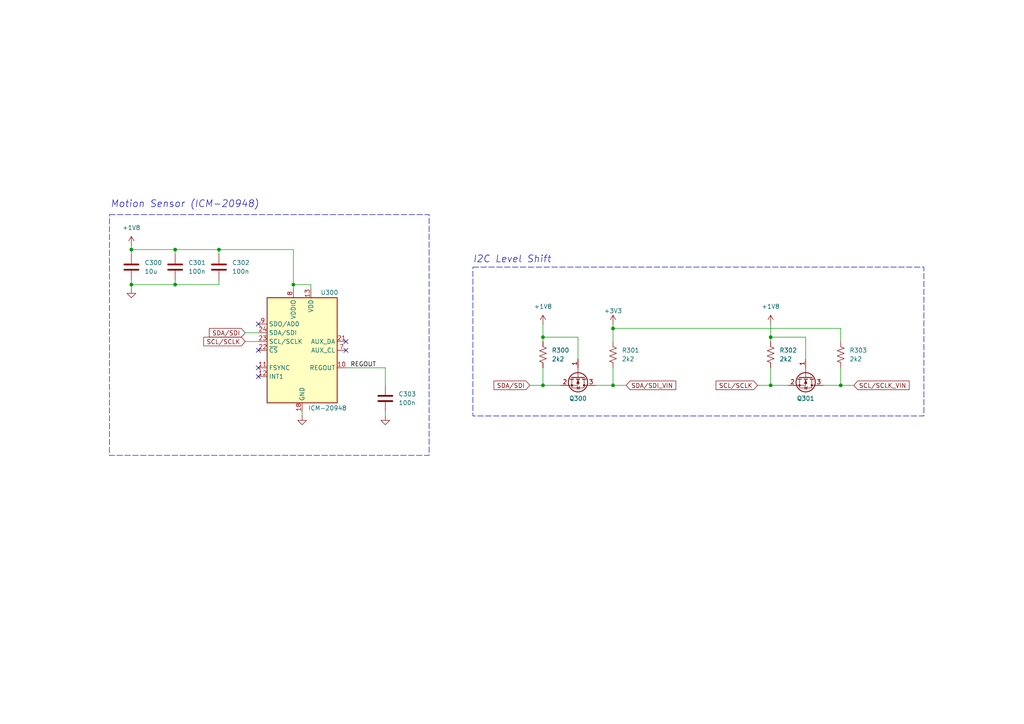
<source format=kicad_sch>
(kicad_sch (version 20231120) (generator "eeschema") (generator_version "8.0")
  (paper "A4")
  (title_block (title "Motion") (date "2025-01-13") (rev "B") (company "GlideSense Pro") (comment 1 "Josue Cavazos Jr."))
  (lib_symbols
    (symbol "Device:C" (pin_numbers hide) (pin_names (offset 0.254))
      (property "Reference" "C" (at 0.635 2.54 0))
      (property "Value" "C" (at 0.635 -2.54 0))
      (symbol "C_0_1"
        (polyline (pts (xy -2.032 -0.762) (xy 2.032 -0.762)) (stroke (width 0.508)))
        (polyline (pts (xy -2.032 0.762) (xy 2.032 0.762)) (stroke (width 0.508)))
      )
      (symbol "C_1_1"
        (pin passive line (at 0 3.81 270) (length 2.794) (name "~") (number "1"))
        (pin passive line (at 0 -3.81 90) (length 2.794) (name "~") (number "2"))
      )
    )
    (symbol "Device:R_US" (pin_numbers hide) (pin_names (offset 0))
      (property "Reference" "R" (at 2.54 0 90))
      (property "Value" "R_US" (at -2.54 0 90))
      (symbol "R_US_0_1"
        (polyline (pts (xy 0 -2.286) (xy 0 -2.54)))
        (polyline (pts (xy 0 2.286) (xy 0 2.54)))
        (polyline (pts (xy 0 -0.762) (xy 1.016 -1.143) (xy 0 -1.524) (xy -1.016 -1.905) (xy 0 -2.286)))
        (polyline (pts (xy 0 0.762) (xy 1.016 0.381) (xy 0 0) (xy -1.016 -0.381) (xy 0 -0.762)))
        (polyline (pts (xy 0 2.286) (xy 1.016 1.905) (xy 0 1.524) (xy -1.016 1.143) (xy 0 0.762)))
      )
      (symbol "R_US_1_1"
        (pin passive line (at 0 3.81 270) (length 1.27) (name "~") (number "1"))
        (pin passive line (at 0 -3.81 90) (length 1.27) (name "~") (number "2"))
      )
    )
    (symbol "Nemesis-MixSigPCB-rescue:+3V3-power" (power) (pin_names (offset 0))
      (property "Value" "power_+3V3" (at 0 3.556 0))
      (symbol "+3V3-power_0_1"
        (polyline (pts (xy -0.762 1.27) (xy 0 2.54)))
        (polyline (pts (xy 0 0) (xy 0 2.54)))
        (polyline (pts (xy 0 2.54) (xy 0.762 1.27)))
      )
      (symbol "+3V3-power_1_1"
        (pin power_in line (at 0 0 90) (length 0) hide (name "+3V3") (number "1"))
      )
    )
    (symbol "Nemesis-MixSigPCB-rescue:GND-power" (power) (pin_names (offset 0))
      (property "Value" "power_GND" (at 0 -3.81 0))
      (symbol "GND-power_0_1"
        (polyline (pts (xy 0 0) (xy 0 -1.27) (xy 1.27 -1.27) (xy 0 -2.54) (xy -1.27 -1.27) (xy 0 -1.27)))
      )
      (symbol "GND-power_1_1"
        (pin power_in line (at 0 0 270) (length 0) hide (name "GND") (number "1"))
      )
    )
    (symbol "Sensor_Motion:ICM-20948"
      (property "Reference" "U" (at -11.43 16.51 0))
      (property "Value" "ICM-20948" (at 7.62 -16.51 0))
      (symbol "ICM-20948_0_1"
        (rectangle (start -10.16 15.24) (end 10.16 -15.24) (stroke (width 0.254)) (fill (type background)))
      )
      (symbol "ICM-20948_1_1"
        (pin no_connect line (at -10.16 12.7 0) (length 2.54) hide (name "NC") (number "1"))
        (pin passive line (at 12.7 -5.08 180) (length 2.54) (name "REGOUT") (number "10"))
        (pin input line (at -12.7 -5.08 0) (length 2.54) (name "FSYNC") (number "11"))
        (pin output line (at -12.7 -7.62 0) (length 2.54) (name "INT1") (number "12"))
        (pin power_in line (at 2.54 17.78 270) (length 2.54) (name "VDD") (number "13"))
        (pin no_connect line (at 10.16 7.62 180) (length 2.54) hide (name "NC") (number "14"))
        (pin no_connect line (at 10.16 5.08 180) (length 2.54) hide (name "NC") (number "15"))
        (pin no_connect line (at 10.16 -7.62 180) (length 2.54) hide (name "NC") (number "16"))
        (pin no_connect line (at 10.16 -10.16 180) (length 2.54) hide (name "NC") (number "17"))
        (pin power_in line (at 0 -17.78 90) (length 2.54) (name "GND") (number "18"))
        (pin no_connect line (at 10.16 -12.7 180) (length 2.54) hide (name "RESV") (number "19"))
        (pin no_connect line (at -10.16 10.16 0) (length 2.54) hide (name "NC") (number "2"))
        (pin passive line (at 0 -17.78 90) (length 2.54) hide (name "GND") (number "20"))
        (pin bidirectional line (at 12.7 2.54 180) (length 2.54) (name "AUX_DA") (number "21"))
        (pin input line (at -12.7 0 0) (length 2.54) (name "~{CS}") (number "22"))
        (pin input line (at -12.7 2.54 0) (length 2.54) (name "SCL/SCLK") (number "23"))
        (pin bidirectional line (at -12.7 5.08 0) (length 2.54) (name "SDA/SDI") (number "24"))
        (pin no_connect line (at -10.16 -2.54 0) (length 2.54) hide (name "NC") (number "3"))
        (pin no_connect line (at -10.16 -10.16 0) (length 2.54) hide (name "NC") (number "4"))
        (pin no_connect line (at -10.16 -12.7 0) (length 2.54) hide (name "NC") (number "5"))
        (pin no_connect line (at 10.16 10.16 180) (length 2.54) hide (name "NC") (number "6"))
        (pin output line (at 12.7 0 180) (length 2.54) (name "AUX_CL") (number "7"))
        (pin power_in line (at -2.54 17.78 270) (length 2.54) (name "VDDIO") (number "8"))
        (pin bidirectional line (at -12.7 7.62 0) (length 2.54) (name "SDO/AD0") (number "9"))
      )
    )
    (symbol "Transistor_FET:BSS138" (pin_names hide)
      (property "Reference" "Q" (at 5.08 1.905 0))
      (property "Value" "BSS138" (at 5.08 0 0))
      (symbol "BSS138_0_1"
        (polyline (pts (xy 0.254 0) (xy -2.54 0)))
        (polyline (pts (xy 0.254 1.905) (xy 0.254 -1.905)) (stroke (width 0.254)))
        (polyline (pts (xy 0.762 -1.27) (xy 0.762 -2.286)) (stroke (width 0.254)))
        (polyline (pts (xy 0.762 0.508) (xy 0.762 -0.508)) (stroke (width 0.254)))
        (polyline (pts (xy 0.762 2.286) (xy 0.762 1.27)) (stroke (width 0.254)))
        (polyline (pts (xy 2.54 2.54) (xy 2.54 1.778)))
        (polyline (pts (xy 2.54 -2.54) (xy 2.54 0) (xy 0.762 0)))
        (polyline (pts (xy 0.762 -1.778) (xy 3.302 -1.778) (xy 3.302 1.778) (xy 0.762 1.778)))
        (polyline (pts (xy 1.016 0) (xy 2.032 0.381) (xy 2.032 -0.381) (xy 1.016 0)) (fill (type outline)))
        (polyline (pts (xy 2.794 0.508) (xy 2.921 0.381) (xy 3.683 0.381) (xy 3.81 0.254)))
        (polyline (pts (xy 3.302 0.381) (xy 2.921 -0.254) (xy 3.683 -0.254) (xy 3.302 0.381)))
        (circle (center 1.651 0) (radius 2.794) (stroke (width 0.254)))
        (circle (center 2.54 -1.778) (radius 0.254) (fill (type outline)))
        (circle (center 2.54 1.778) (radius 0.254) (fill (type outline)))
      )
      (symbol "BSS138_1_1"
        (pin input line (at -5.08 0 0) (length 2.54) (name "G") (number "1"))
        (pin passive line (at 2.54 -5.08 90) (length 2.54) (name "S") (number "2"))
        (pin passive line (at 2.54 5.08 270) (length 2.54) (name "D") (number "3"))
      )
    )
    (symbol "power:+1V8" (power) (pin_numbers hide) (pin_names (offset 0) hide)
      (property "Value" "+1V8" (at 0 3.556 0))
      (symbol "+1V8_0_1"
        (polyline (pts (xy -0.762 1.27) (xy 0 2.54)))
        (polyline (pts (xy 0 0) (xy 0 2.54)))
        (polyline (pts (xy 0 2.54) (xy 0.762 1.27)))
      )
      (symbol "+1V8_1_1"
        (pin power_in line (at 0 0 90) (length 0) (name "~") (number "1"))
      )
    )
    (symbol "power:GND" (power) (pin_numbers hide) (pin_names (offset 0) hide)
      (property "Value" "GND" (at 0 -3.81 0))
      (symbol "GND_0_1"
        (polyline (pts (xy 0 0) (xy 0 -1.27) (xy 1.27 -1.27) (xy 0 -2.54) (xy -1.27 -1.27) (xy 0 -1.27)))
      )
      (symbol "GND_1_1"
        (pin power_in line (at 0 0 270) (length 0) (name "~") (number "1"))
      )
    )
  )
  (junction (at 157.48 111.76))
  (junction (at 177.8 95.25))
  (junction (at 157.48 97.79))
  (junction (at 85.09 82.55))
  (junction (at 63.5 72.39))
  (junction (at 50.8 72.39))
  (junction (at 243.84 111.76))
  (junction (at 223.52 97.79))
  (junction (at 177.8 111.76))
  (junction (at 38.1 72.39))
  (junction (at 50.8 82.55))
  (junction (at 223.52 111.76))
  (junction (at 38.1 82.55))
  (no_connect (at 74.93 106.68))
  (no_connect (at 74.93 101.6))
  (no_connect (at 74.93 93.98))
  (no_connect (at 100.33 101.6))
  (no_connect (at 100.33 99.06))
  (no_connect (at 74.93 109.22))
  (wire (pts (xy 50.8 82.55) (xy 63.5 82.55)))
  (wire (pts (xy 243.84 111.76) (xy 247.65 111.76)))
  (wire (pts (xy 38.1 82.55) (xy 38.1 81.28)))
  (wire (pts (xy 177.8 111.76) (xy 172.72 111.76)))
  (wire (pts (xy 223.52 93.98) (xy 223.52 97.79)))
  (wire (pts (xy 219.71 111.76) (xy 223.52 111.76)))
  (wire (pts (xy 157.48 99.06) (xy 157.48 97.79)))
  (wire (pts (xy 177.8 95.25) (xy 243.84 95.25)))
  (wire (pts (xy 233.68 104.14) (xy 233.68 97.79)))
  (wire (pts (xy 71.12 96.52) (xy 74.93 96.52)))
  (wire (pts (xy 63.5 72.39) (xy 85.09 72.39)))
  (wire (pts (xy 63.5 81.28) (xy 63.5 82.55)))
  (wire (pts (xy 50.8 73.66) (xy 50.8 72.39)))
  (wire (pts (xy 157.48 97.79) (xy 157.48 93.98)))
  (wire (pts (xy 85.09 72.39) (xy 85.09 82.55)))
  (wire (pts (xy 177.8 93.98) (xy 177.8 95.25)))
  (wire (pts (xy 38.1 82.55) (xy 50.8 82.55)))
  (wire (pts (xy 167.64 104.14) (xy 167.64 97.79)))
  (wire (pts (xy 50.8 72.39) (xy 38.1 72.39)))
  (wire (pts (xy 177.8 95.25) (xy 177.8 99.06)))
  (wire (pts (xy 71.12 99.06) (xy 74.93 99.06)))
  (wire (pts (xy 162.56 111.76) (xy 157.48 111.76)))
  (wire (pts (xy 90.17 83.82) (xy 90.17 82.55)))
  (wire (pts (xy 50.8 81.28) (xy 50.8 82.55)))
  (wire (pts (xy 87.63 119.38) (xy 87.63 120.65)))
  (wire (pts (xy 153.67 111.76) (xy 157.48 111.76)))
  (wire (pts (xy 243.84 111.76) (xy 238.76 111.76)))
  (wire (pts (xy 177.8 106.68) (xy 177.8 111.76)))
  (wire (pts (xy 243.84 95.25) (xy 243.84 99.06)))
  (wire (pts (xy 111.76 119.38) (xy 111.76 120.65)))
  (wire (pts (xy 233.68 97.79) (xy 223.52 97.79)))
  (wire (pts (xy 111.76 111.76) (xy 111.76 106.68)))
  (wire (pts (xy 157.48 111.76) (xy 157.48 106.68)))
  (wire (pts (xy 85.09 82.55) (xy 85.09 83.82)))
  (wire (pts (xy 38.1 83.82) (xy 38.1 82.55)))
  (wire (pts (xy 223.52 111.76) (xy 223.52 106.68)))
  (wire (pts (xy 111.76 106.68) (xy 100.33 106.68)))
  (wire (pts (xy 228.6 111.76) (xy 223.52 111.76)))
  (wire (pts (xy 63.5 72.39) (xy 50.8 72.39)))
  (wire (pts (xy 157.48 97.79) (xy 167.64 97.79)))
  (wire (pts (xy 85.09 82.55) (xy 90.17 82.55)))
  (wire (pts (xy 177.8 111.76) (xy 181.61 111.76)))
  (wire (pts (xy 243.84 106.68) (xy 243.84 111.76)))
  (wire (pts (xy 38.1 72.39) (xy 38.1 71.12)))
  (wire (pts (xy 38.1 72.39) (xy 38.1 73.66)))
  (wire (pts (xy 63.5 72.39) (xy 63.5 73.66)))
  (wire (pts (xy 223.52 97.79) (xy 223.52 99.06)))
  (rectangle (start 137.16 77.47) (end 267.97 120.65) (stroke (width 0) (type dash)))
  (rectangle (start 31.75 62.23) (end 124.46 132.08) (stroke (width 0) (type dash)))
  (text "I2C Level Shift" (at 137.16 76.454 0) (effects (font (size 2.0066 2.0066) (italic yes)) (justify left bottom)))
  (text "Motion Sensor (ICM-20948)" (at 32.004 60.452 0) (effects (font (size 2.0066 2.0066) (italic yes)) (justify left bottom)))
  (label "REGOUT" (at 101.6 106.68 0))
  (global_label "SDA{slash}SDI" (shape input) (at 71.12 96.52 180) (property "Intersheetrefs" "${INTERSHEET_REFS}" (effects (hide yes))))
  (global_label "SCL{slash}SCLK_VIN" (shape input) (at 247.65 111.76 0) (property "Intersheetrefs" "${INTERSHEET_REFS}" (effects (hide yes))))
  (global_label "SDA{slash}SDI_VIN" (shape input) (at 181.61 111.76 0) (property "Intersheetrefs" "${INTERSHEET_REFS}" (effects (hide yes))))
  (global_label "SDA{slash}SDI" (shape input) (at 153.67 111.76 180) (property "Intersheetrefs" "${INTERSHEET_REFS}" (effects (hide yes))))
  (global_label "SCL{slash}SCLK" (shape input) (at 71.12 99.06 180) (property "Intersheetrefs" "${INTERSHEET_REFS}" (effects (hide yes))))
  (global_label "SCL{slash}SCLK" (shape input) (at 219.71 111.76 180) (property "Intersheetrefs" "${INTERSHEET_REFS}" (effects (hide yes))))
  (symbol (lib_id "Device:R_US") (at 157.48 102.87 0) (unit 1)
    (property "Reference" "R300" (at 160.02 101.5999 0) (effects (justify left)))
    (property "Value" "2k2" (at 160.02 104.1399 0) (effects (justify left)))
    (property "Footprint" "Resistor_SMD:R_0603_1608Metric_Pad0.98x0.95mm_HandSolder" (effects (hide yes)))
    (property "Description" "Resistor, US symbol" (effects (hide yes)))
  )
  (symbol (lib_id "Device:R_US") (at 223.52 102.87 0) (unit 1)
    (property "Reference" "R302" (at 226.06 101.5999 0) (effects (justify left)))
    (property "Value" "2k2" (at 226.06 104.1399 0) (effects (justify left)))
    (property "Footprint" "Resistor_SMD:R_0603_1608Metric_Pad0.98x0.95mm_HandSolder" (effects (hide yes)))
    (property "Description" "Resistor, US symbol" (effects (hide yes)))
  )
  (symbol (lib_id "Transistor_FET:BSS138") (at 233.68 109.22 270) (unit 1)
    (property "Reference" "Q301" (at 233.68 115.57 90))
    (property "Value" "BSS138" (effects (hide yes)))
    (property "Footprint" "Package_TO_SOT_SMD:SOT-23" (effects (hide yes)))
    (property "Datasheet" "https://www.onsemi.com/pub/Collateral/BSS138-D.PDF" (effects (hide yes)))
    (property "Description" "50V Vds, 0.22A Id, N-Channel MOSFET, SOT-23" (effects (hide yes)))
  )
  (symbol (lib_id "power:GND") (at 87.63 120.65 0) (unit 1)
    (property "Reference" "#PWR0305" (effects (hide yes)))
    (property "Value" "GND" (effects (hide yes)))
    (property "Description" "Power symbol creates a global label with name \"GND\" , ground" (effects (hide yes)))
  )
  (symbol (lib_id "power:+1V8") (at 223.52 93.98 0) (unit 1)
    (property "Reference" "#PWR0304" (effects (hide yes)))
    (property "Value" "+1V8" (at 223.52 88.9 0))
    (property "Description" "Power symbol creates a global label with name \"+1V8\"" (effects (hide yes)))
  )
  (symbol (lib_id "Nemesis-MixSigPCB-rescue:+3V3-power") (at 177.8 93.98 0) (unit 1)
    (property "Reference" "#PWR0303" (effects (hide yes)))
    (property "Value" "+3V3" (at 177.8 90.17 0))
  )
  (symbol (lib_id "Device:R_US") (at 177.8 102.87 0) (unit 1)
    (property "Reference" "R301" (at 180.34 101.5999 0) (effects (justify left)))
    (property "Value" "2k2" (at 180.34 104.1399 0) (effects (justify left)))
    (property "Footprint" "Resistor_SMD:R_0603_1608Metric_Pad0.98x0.95mm_HandSolder" (effects (hide yes)))
    (property "Description" "Resistor, US symbol" (effects (hide yes)))
  )
  (symbol (lib_id "Device:C") (at 63.5 77.47 0) (unit 1)
    (property "Reference" "C302" (at 67.31 76.2 0) (effects (justify left)))
    (property "Value" "100n" (at 67.31 78.74 0) (effects (justify left)))
    (property "Footprint" "Capacitor_SMD:C_0603_1608Metric_Pad1.08x0.95mm_HandSolder" (effects (hide yes)))
  )
  (symbol (lib_id "Sensor_Motion:ICM-20948") (at 87.63 101.6 0) (unit 1)
    (property "Reference" "U300" (at 92.964 84.836 0) (effects (justify left)))
    (property "Value" "ICM-20948" (at 89.408 118.364 0) (effects (justify left)))
    (property "Footprint" "Sensor_Motion:InvenSense_QFN-24_3x3mm_P0.4mm" (effects (hide yes)))
    (property "Datasheet" "http://www.invensense.com/wp-content/uploads/2016/06/DS-000189-ICM-20948-v1.3.pdf" (effects (hide yes)))
    (property "Description" "InvenSense 9-Axis Motion Sensor, Accelerometer, Gyroscope, Compass, I2C/SPI, QFN-24" (effects (hide yes)))
  )
  (symbol (lib_id "Device:C") (at 50.8 77.47 0) (unit 1)
    (property "Reference" "C301" (at 54.61 76.2 0) (effects (justify left)))
    (property "Value" "100n" (at 54.61 78.74 0) (effects (justify left)))
    (property "Footprint" "Capacitor_SMD:C_0603_1608Metric_Pad1.08x0.95mm_HandSolder" (effects (hide yes)))
  )
  (symbol (lib_id "Transistor_FET:BSS138") (at 167.64 109.22 270) (unit 1)
    (property "Reference" "Q300" (at 167.64 115.57 90))
    (property "Value" "BSS138" (effects (hide yes)))
    (property "Footprint" "Package_TO_SOT_SMD:SOT-23" (effects (hide yes)))
    (property "Datasheet" "https://www.onsemi.com/pub/Collateral/BSS138-D.PDF" (effects (hide yes)))
    (property "Description" "50V Vds, 0.22A Id, N-Channel MOSFET, SOT-23" (effects (hide yes)))
  )
  (symbol (lib_id "Nemesis-MixSigPCB-rescue:GND-power") (at 38.1 83.82 0) (unit 1)
    (property "Reference" "#PWR0301" (effects (hide yes)))
    (property "Value" "GND" (effects (hide yes)))
  )
  (symbol (lib_id "power:GND") (at 111.76 120.65 0) (unit 1)
    (property "Reference" "#PWR0306" (effects (hide yes)))
    (property "Value" "GND" (effects (hide yes)))
    (property "Description" "Power symbol creates a global label with name \"GND\" , ground" (effects (hide yes)))
  )
  (symbol (lib_id "power:+1V8") (at 157.48 93.98 0) (unit 1)
    (property "Reference" "#PWR0302" (effects (hide yes)))
    (property "Value" "+1V8" (at 157.48 88.9 0))
    (property "Description" "Power symbol creates a global label with name \"+1V8\"" (effects (hide yes)))
  )
  (symbol (lib_id "power:+1V8") (at 38.1 71.12 0) (unit 1)
    (property "Reference" "#PWR0300" (effects (hide yes)))
    (property "Value" "+1V8" (at 38.1 66.04 0))
    (property "Description" "Power symbol creates a global label with name \"+1V8\"" (effects (hide yes)))
  )
  (symbol (lib_id "Device:C") (at 38.1 77.47 0) (unit 1)
    (property "Reference" "C300" (at 41.91 76.2 0) (effects (justify left)))
    (property "Value" "10u" (at 41.91 78.74 0) (effects (justify left)))
    (property "Footprint" "Capacitor_SMD:C_0603_1608Metric_Pad1.08x0.95mm_HandSolder" (effects (hide yes)))
  )
  (symbol (lib_id "Device:C") (at 111.76 115.57 0) (unit 1)
    (property "Reference" "C303" (at 115.57 114.3 0) (effects (justify left)))
    (property "Value" "100n" (at 115.57 116.84 0) (effects (justify left)))
    (property "Footprint" "Capacitor_SMD:C_0603_1608Metric_Pad1.08x0.95mm_HandSolder" (effects (hide yes)))
  )
  (symbol (lib_id "Device:R_US") (at 243.84 102.87 0) (unit 1)
    (property "Reference" "R303" (at 246.38 101.5999 0) (effects (justify left)))
    (property "Value" "2k2" (at 246.38 104.1399 0) (effects (justify left)))
    (property "Footprint" "Resistor_SMD:R_0603_1608Metric_Pad0.98x0.95mm_HandSolder" (effects (hide yes)))
    (property "Description" "Resistor, US symbol" (effects (hide yes)))
  )
)
</source>
